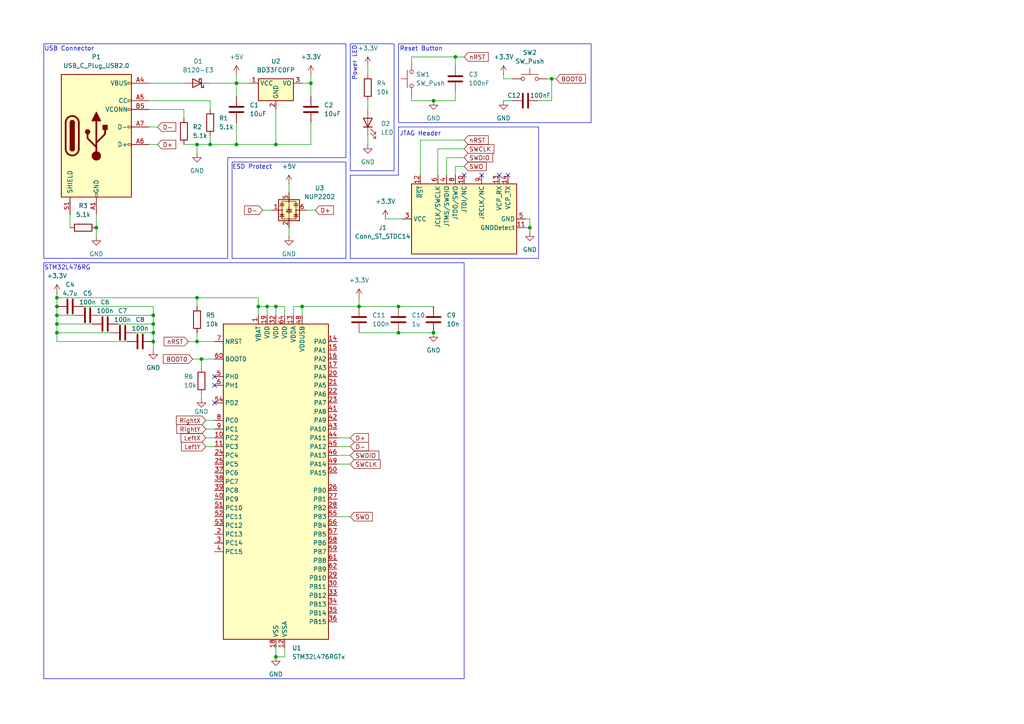
<source format=kicad_sch>
(kicad_sch (version 20250114) (generator "eeschema") (generator_version "9.0")
  (paper "A4")
  (lib_symbols
    (symbol "Connector:Conn_ST_STDC14"
      (property "Reference" "J" (at -8.89 16.51 0))
      (property "Value" "Conn_ST_STDC14" (at 17.78 16.51 0))
      (symbol "Conn_ST_STDC14_0_1"
        (rectangle (start -10.16 15.24) (end 10.16 -15.24) (stroke (width 0.254)) (fill (type background)))
      )
      (symbol "Conn_ST_STDC14_1_1"
        (pin no_connect line (at -10.16 5.08 0) (length 2.54) (hide yes) (name "NC") (number "1"))
        (pin no_connect line (at -10.16 2.54 0) (length 2.54) (hide yes) (name "NC") (number "2"))
        (pin passive line (at -2.54 -17.78 90) (length 2.54) (name "GNDDetect") (number "11"))
        (pin power_in line (at 0 17.78 270) (length 2.54) (name "VCC") (number "3"))
        (pin power_in line (at 0 -17.78 90) (length 2.54) (name "GND") (number "5"))
        (pin passive line (at 0 -17.78 90) (length 2.54) (hide yes) (name "GND") (number "7"))
        (pin open_collector line (at 12.7 12.7 180) (length 2.54) (name "~{RST}") (number "12"))
        (pin output line (at 12.7 7.62 180) (length 2.54) (name "JCLK/SWCLK") (number "6"))
        (pin bidirectional line (at 12.7 5.08 180) (length 2.54) (name "JTMS/SWDIO") (number "4"))
        (pin input line (at 12.7 2.54 180) (length 2.54) (name "JTDO/SWO") (number "8"))
        (pin output line (at 12.7 0 180) (length 2.54) (name "JTDI/NC") (number "10"))
        (pin input line (at 12.7 -5.08 180) (length 2.54) (name "JRCLK/NC") (number "9"))
        (pin output line (at 12.7 -10.16 180) (length 2.54) (name "VCP_RX") (number "13"))
        (pin input line (at 12.7 -12.7 180) (length 2.54) (name "VCP_TX") (number "14"))
      )
    )
    (symbol "Connector:USB_C_Plug_USB2.0" (pin_names (offset 1.016))
      (property "Reference" "P" (at -10.16 19.05 0))
      (property "Value" "USB_C_Plug_USB2.0" (at 12.7 19.05 0))
      (symbol "USB_C_Plug_USB2.0_0_0"
        (rectangle (start -0.254 -17.78) (end 0.254 -16.764))
        (rectangle (start 10.16 15.494) (end 9.144 14.986))
        (rectangle (start 10.16 10.414) (end 9.144 9.906))
        (rectangle (start 10.16 7.874) (end 9.144 7.366))
        (rectangle (start 10.16 2.794) (end 9.144 2.286))
        (rectangle (start 10.16 -2.286) (end 9.144 -2.794))
      )
      (symbol "USB_C_Plug_USB2.0_0_1"
        (rectangle (start -10.16 17.78) (end 10.16 -17.78) (stroke (width 0.254)) (fill (type background)))
        (polyline (pts (xy -8.89 -3.81) (xy -8.89 3.81)) (stroke (width 0.508)))
        (rectangle (start -7.62 -3.81) (end -6.35 3.81) (stroke (width 0.254)) (fill (type outline)))
        (arc (start -7.62 3.81) (mid -6.985 4.4423) (end -6.35 3.81) (stroke (width 0.254)))
        (arc (start -7.62 3.81) (mid -6.985 4.4423) (end -6.35 3.81) (stroke (width 0.254)) (fill (type outline)))
        (arc (start -8.89 3.81) (mid -6.985 5.7067) (end -5.08 3.81) (stroke (width 0.508)))
        (arc (start -5.08 -3.81) (mid -6.985 -5.7067) (end -8.89 -3.81) (stroke (width 0.508)))
        (arc (start -6.35 -3.81) (mid -6.985 -4.4423) (end -7.62 -3.81) (stroke (width 0.254)))
        (arc (start -6.35 -3.81) (mid -6.985 -4.4423) (end -7.62 -3.81) (stroke (width 0.254)) (fill (type outline)))
        (polyline (pts (xy -5.08 3.81) (xy -5.08 -3.81)) (stroke (width 0.508)))
        (circle (center -2.54 1.143) (radius 0.635) (stroke (width 0.254)) (fill (type outline)))
        (polyline (pts (xy -1.27 4.318) (xy 0 6.858) (xy 1.27 4.318) (xy -1.27 4.318)) (stroke (width 0.254)) (fill (type outline)))
        (polyline (pts (xy 0 -2.032) (xy 2.54 0.508) (xy 2.54 1.778)) (stroke (width 0.508)))
        (polyline (pts (xy 0 -3.302) (xy -2.54 -0.762) (xy -2.54 0.508)) (stroke (width 0.508)))
        (polyline (pts (xy 0 -5.842) (xy 0 4.318)) (stroke (width 0.508)))
        (circle (center 0 -5.842) (radius 1.27) (fill (type outline)))
        (rectangle (start 1.905 1.778) (end 3.175 3.048) (stroke (width 0.254)) (fill (type outline)))
      )
      (symbol "USB_C_Plug_USB2.0_1_1"
        (pin passive line (at -7.62 -22.86 90) (length 5.08) (name "SHIELD") (number "S1"))
        (pin passive line (at 0 -22.86 90) (length 5.08) (name "GND") (number "A1"))
        (pin passive line (at 0 -22.86 90) (length 5.08) (hide yes) (name "GND") (number "A12"))
        (pin passive line (at 0 -22.86 90) (length 5.08) (hide yes) (name "GND") (number "B1"))
        (pin passive line (at 0 -22.86 90) (length 5.08) (hide yes) (name "GND") (number "B12"))
        (pin passive line (at 15.24 15.24 180) (length 5.08) (name "VBUS") (number "A4"))
        (pin passive line (at 15.24 15.24 180) (length 5.08) (hide yes) (name "VBUS") (number "A9"))
        (pin passive line (at 15.24 15.24 180) (length 5.08) (hide yes) (name "VBUS") (number "B4"))
        (pin passive line (at 15.24 15.24 180) (length 5.08) (hide yes) (name "VBUS") (number "B9"))
        (pin bidirectional line (at 15.24 10.16 180) (length 5.08) (name "CC") (number "A5"))
        (pin bidirectional line (at 15.24 7.62 180) (length 5.08) (name "VCONN") (number "B5"))
        (pin bidirectional line (at 15.24 2.54 180) (length 5.08) (name "D-") (number "A7"))
        (pin bidirectional line (at 15.24 -2.54 180) (length 5.08) (name "D+") (number "A6"))
      )
    )
    (symbol "Device:C" (pin_numbers (hide yes)) (pin_names (offset 0.254))
      (property "Reference" "C" (at 0.635 2.54 0))
      (property "Value" "C" (at 0.635 -2.54 0))
      (symbol "C_0_1"
        (polyline (pts (xy -2.032 0.762) (xy 2.032 0.762)) (stroke (width 0.508)))
        (polyline (pts (xy -2.032 -0.762) (xy 2.032 -0.762)) (stroke (width 0.508)))
      )
      (symbol "C_1_1"
        (pin passive line (at 0 3.81 270) (length 2.794) (name "~") (number "1"))
        (pin passive line (at 0 -3.81 90) (length 2.794) (name "~") (number "2"))
      )
    )
    (symbol "Device:LED" (pin_numbers (hide yes)) (pin_names (offset 1.016) (hide yes))
      (property "Reference" "D" (at 0 2.54 0))
      (property "Value" "LED" (at 0 -2.54 0))
      (symbol "LED_0_1"
        (polyline (pts (xy -3.048 -0.762) (xy -4.572 -2.286) (xy -3.81 -2.286) (xy -4.572 -2.286) (xy -4.572 -1.524)))
        (polyline (pts (xy -1.778 -0.762) (xy -3.302 -2.286) (xy -2.54 -2.286) (xy -3.302 -2.286) (xy -3.302 -1.524)))
        (polyline (pts (xy -1.27 0) (xy 1.27 0)))
        (polyline (pts (xy -1.27 -1.27) (xy -1.27 1.27)) (stroke (width 0.254)))
        (polyline (pts (xy 1.27 -1.27) (xy 1.27 1.27) (xy -1.27 0) (xy 1.27 -1.27)) (stroke (width 0.254)))
      )
      (symbol "LED_1_1"
        (pin passive line (at -3.81 0 0) (length 2.54) (name "K") (number "1"))
        (pin passive line (at 3.81 0 180) (length 2.54) (name "A") (number "2"))
      )
    )
    (symbol "Device:R" (pin_numbers (hide yes)) (pin_names (offset 0))
      (property "Reference" "R" (at 2.032 0 90))
      (property "Value" "R" (at 0 0 90))
      (symbol "R_0_1"
        (rectangle (start -1.016 -2.54) (end 1.016 2.54) (stroke (width 0.254)))
      )
      (symbol "R_1_1"
        (pin passive line (at 0 3.81 270) (length 1.27) (name "~") (number "1"))
        (pin passive line (at 0 -3.81 90) (length 1.27) (name "~") (number "2"))
      )
    )
    (symbol "Diode:B120-E3" (pin_numbers (hide yes)) (pin_names (hide yes))
      (property "Reference" "D" (at 0 2.54 0))
      (property "Value" "B120-E3" (at 0 -2.54 0))
      (symbol "B120-E3_0_1"
        (polyline (pts (xy -1.905 0.635) (xy -1.905 1.27) (xy -1.27 1.27) (xy -1.27 -1.27) (xy -0.635 -1.27) (xy -0.635 -0.635)) (stroke (width 0.254)))
        (polyline (pts (xy 1.27 1.27) (xy 1.27 -1.27) (xy -1.27 0) (xy 1.27 1.27)) (stroke (width 0.254)))
        (polyline (pts (xy 1.27 0) (xy -1.27 0)))
      )
      (symbol "B120-E3_1_1"
        (pin passive line (at -3.81 0 0) (length 2.54) (name "K") (number "1"))
        (pin passive line (at 3.81 0 180) (length 2.54) (name "A") (number "2"))
      )
    )
    (symbol "MCU_ST_STM32L4:STM32L476RGTx"
      (property "Reference" "U" (at -15.24 46.99 0))
      (property "Value" "STM32L476RGTx" (at 10.16 46.99 0))
      (symbol "STM32L476RGTx_0_1"
        (rectangle (start -15.24 -45.72) (end 15.24 45.72) (stroke (width 0.254)) (fill (type background)))
      )
      (symbol "STM32L476RGTx_1_1"
        (pin input line (at -17.78 40.64 0) (length 2.54) (name "NRST") (number "7"))
        (pin input line (at -17.78 35.56 0) (length 2.54) (name "BOOT0") (number "60"))
        (pin bidirectional line (at -17.78 30.48 0) (length 2.54) (name "PH0") (number "5"))
        (pin bidirectional line (at -17.78 27.94 0) (length 2.54) (name "PH1") (number "6"))
        (pin bidirectional line (at -17.78 22.86 0) (length 2.54) (name "PD2") (number "54"))
        (pin bidirectional line (at -17.78 17.78 0) (length 2.54) (name "PC0") (number "8"))
        (pin bidirectional line (at -17.78 15.24 0) (length 2.54) (name "PC1") (number "9"))
        (pin bidirectional line (at -17.78 12.7 0) (length 2.54) (name "PC2") (number "10"))
        (pin bidirectional line (at -17.78 10.16 0) (length 2.54) (name "PC3") (number "11"))
        (pin bidirectional line (at -17.78 7.62 0) (length 2.54) (name "PC4") (number "24"))
        (pin bidirectional line (at -17.78 5.08 0) (length 2.54) (name "PC5") (number "25"))
        (pin bidirectional line (at -17.78 2.54 0) (length 2.54) (name "PC6") (number "37"))
        (pin bidirectional line (at -17.78 0 0) (length 2.54) (name "PC7") (number "38"))
        (pin bidirectional line (at -17.78 -2.54 0) (length 2.54) (name "PC8") (number "39"))
        (pin bidirectional line (at -17.78 -5.08 0) (length 2.54) (name "PC9") (number "40"))
        (pin bidirectional line (at -17.78 -7.62 0) (length 2.54) (name "PC10") (number "51"))
        (pin bidirectional line (at -17.78 -10.16 0) (length 2.54) (name "PC11") (number "52"))
        (pin bidirectional line (at -17.78 -12.7 0) (length 2.54) (name "PC12") (number "53"))
        (pin bidirectional line (at -17.78 -15.24 0) (length 2.54) (name "PC13") (number "2"))
        (pin bidirectional line (at -17.78 -17.78 0) (length 2.54) (name "PC14") (number "3"))
        (pin bidirectional line (at -17.78 -20.32 0) (length 2.54) (name "PC15") (number "4"))
        (pin power_in line (at -5.08 48.26 270) (length 2.54) (name "VBAT") (number "1"))
        (pin power_in line (at -2.54 48.26 270) (length 2.54) (name "VDD") (number "19"))
        (pin power_in line (at 0 48.26 270) (length 2.54) (name "VDD") (number "32"))
        (pin power_in line (at 0 -48.26 90) (length 2.54) (name "VSS") (number "18"))
        (pin passive line (at 0 -48.26 90) (length 2.54) (hide yes) (name "VSS") (number "31"))
        (pin passive line (at 0 -48.26 90) (length 2.54) (hide yes) (name "VSS") (number "47"))
        (pin passive line (at 0 -48.26 90) (length 2.54) (hide yes) (name "VSS") (number "63"))
        (pin power_in line (at 2.54 48.26 270) (length 2.54) (name "VDD") (number "64"))
        (pin power_in line (at 2.54 -48.26 90) (length 2.54) (name "VSSA") (number "12"))
        (pin power_in line (at 5.08 48.26 270) (length 2.54) (name "VDDA") (number "13"))
        (pin power_in line (at 7.62 48.26 270) (length 2.54) (name "VDDUSB") (number "48"))
        (pin bidirectional line (at 17.78 40.64 180) (length 2.54) (name "PA0") (number "14"))
        (pin bidirectional line (at 17.78 38.1 180) (length 2.54) (name "PA1") (number "15"))
        (pin bidirectional line (at 17.78 35.56 180) (length 2.54) (name "PA2") (number "16"))
        (pin bidirectional line (at 17.78 33.02 180) (length 2.54) (name "PA3") (number "17"))
        (pin bidirectional line (at 17.78 30.48 180) (length 2.54) (name "PA4") (number "20"))
        (pin bidirectional line (at 17.78 27.94 180) (length 2.54) (name "PA5") (number "21"))
        (pin bidirectional line (at 17.78 25.4 180) (length 2.54) (name "PA6") (number "22"))
        (pin bidirectional line (at 17.78 22.86 180) (length 2.54) (name "PA7") (number "23"))
        (pin bidirectional line (at 17.78 20.32 180) (length 2.54) (name "PA8") (number "41"))
        (pin bidirectional line (at 17.78 17.78 180) (length 2.54) (name "PA9") (number "42"))
        (pin bidirectional line (at 17.78 15.24 180) (length 2.54) (name "PA10") (number "43"))
        (pin bidirectional line (at 17.78 12.7 180) (length 2.54) (name "PA11") (number "44"))
        (pin bidirectional line (at 17.78 10.16 180) (length 2.54) (name "PA12") (number "45"))
        (pin bidirectional line (at 17.78 7.62 180) (length 2.54) (name "PA13") (number "46"))
        (pin bidirectional line (at 17.78 5.08 180) (length 2.54) (name "PA14") (number "49"))
        (pin bidirectional line (at 17.78 2.54 180) (length 2.54) (name "PA15") (number "50"))
        (pin bidirectional line (at 17.78 -2.54 180) (length 2.54) (name "PB0") (number "26"))
        (pin bidirectional line (at 17.78 -5.08 180) (length 2.54) (name "PB1") (number "27"))
        (pin bidirectional line (at 17.78 -7.62 180) (length 2.54) (name "PB2") (number "28"))
        (pin bidirectional line (at 17.78 -10.16 180) (length 2.54) (name "PB3") (number "55"))
        (pin bidirectional line (at 17.78 -12.7 180) (length 2.54) (name "PB4") (number "56"))
        (pin bidirectional line (at 17.78 -15.24 180) (length 2.54) (name "PB5") (number "57"))
        (pin bidirectional line (at 17.78 -17.78 180) (length 2.54) (name "PB6") (number "58"))
        (pin bidirectional line (at 17.78 -20.32 180) (length 2.54) (name "PB7") (number "59"))
        (pin bidirectional line (at 17.78 -22.86 180) (length 2.54) (name "PB8") (number "61"))
        (pin bidirectional line (at 17.78 -25.4 180) (length 2.54) (name "PB9") (number "62"))
        (pin bidirectional line (at 17.78 -27.94 180) (length 2.54) (name "PB10") (number "29"))
        (pin bidirectional line (at 17.78 -30.48 180) (length 2.54) (name "PB11") (number "30"))
        (pin bidirectional line (at 17.78 -33.02 180) (length 2.54) (name "PB12") (number "33"))
        (pin bidirectional line (at 17.78 -35.56 180) (length 2.54) (name "PB13") (number "34"))
        (pin bidirectional line (at 17.78 -38.1 180) (length 2.54) (name "PB14") (number "35"))
        (pin bidirectional line (at 17.78 -40.64 180) (length 2.54) (name "PB15") (number "36"))
      )
    )
    (symbol "Power_Protection:NUP2202"
      (property "Reference" "U" (at -5.334 -2.54 0))
      (property "Value" "NUP2202" (at 6.35 1.27 90))
      (symbol "NUP2202_0_1"
        (rectangle (start -3.048 3.048) (end 3.048 -3.048) (stroke (width 0.254)) (fill (type background)))
        (polyline (pts (xy -2.667 1.905) (xy -1.397 1.905)))
        (polyline (pts (xy -2.667 1.27) (xy -1.397 1.27) (xy -2.032 1.905) (xy -2.667 1.27)))
        (polyline (pts (xy -2.667 -1.27) (xy -1.397 -1.27)))
        (polyline (pts (xy -2.667 -1.27) (xy -1.397 -1.27)))
        (polyline (pts (xy -2.667 -1.905) (xy -1.397 -1.905) (xy -2.032 -1.27) (xy -2.667 -1.905)))
        (polyline (pts (xy -2.54 0) (xy -2.032 0)))
        (polyline (pts (xy -2.032 2.54) (xy 2.032 2.54)))
        (polyline (pts (xy -2.032 0.635) (xy -2.032 2.54)))
        (polyline (pts (xy -2.032 0.635) (xy -2.032 -0.635)))
        (circle (center -2.032 0) (radius 0.127))
        (circle (center -2.032 0) (radius 0.127))
        (polyline (pts (xy -2.032 -2.54) (xy -2.032 -0.635)))
        (polyline (pts (xy -2.032 -2.54) (xy -2.032 -0.635)))
        (polyline (pts (xy -0.762 0.254) (xy 0.762 0.254)))
        (polyline (pts (xy -0.762 -0.508) (xy 0.762 -0.508) (xy 0 0.254) (xy -0.762 -0.508)))
        (polyline (pts (xy -0.762 -0.508) (xy 0.762 -0.508) (xy 0 0.254) (xy -0.762 -0.508)))
        (circle (center 0 2.54) (radius 0.127))
        (polyline (pts (xy 0 1.016) (xy 0 3.81)))
        (polyline (pts (xy 0 -0.889) (xy 0 1.016)))
        (polyline (pts (xy 0 -0.889) (xy 0 1.016)))
        (polyline (pts (xy 0 -0.889) (xy 0 -2.54)))
        (circle (center 0 -2.54) (radius 0.127))
        (polyline (pts (xy 0.762 0) (xy 0.762 0.254)))
        (polyline (pts (xy 1.397 1.905) (xy 2.667 1.905)))
        (polyline (pts (xy 1.397 1.27) (xy 2.667 1.27) (xy 2.032 1.905) (xy 1.397 1.27)))
        (polyline (pts (xy 1.397 -1.27) (xy 2.667 -1.27)))
        (polyline (pts (xy 1.397 -1.27) (xy 2.667 -1.27)))
        (polyline (pts (xy 1.397 -1.905) (xy 2.667 -1.905) (xy 2.032 -1.27) (xy 1.397 -1.905)))
        (polyline (pts (xy 2.032 0.635) (xy 2.032 2.54)))
        (polyline (pts (xy 2.032 0.635) (xy 2.032 -0.635)))
        (polyline (pts (xy 2.032 0) (xy 2.54 0)))
        (circle (center 2.032 0) (radius 0.127))
        (circle (center 2.032 0) (radius 0.127))
        (polyline (pts (xy 2.032 -2.54) (xy -2.032 -2.54)))
        (polyline (pts (xy 2.032 -2.54) (xy 2.032 -0.635)))
        (polyline (pts (xy 2.032 -2.54) (xy 2.032 -0.635)))
      )
      (symbol "NUP2202_1_1"
        (pin passive line (at -5.08 0 0) (length 2.54) (name "~") (number "1"))
        (pin passive line (at 0 5.08 270) (length 2.54) (name "~") (number "5"))
        (pin no_connect line (at 0 2.54 270) (length 2.54) (hide yes) (name "~") (number "4"))
        (pin no_connect line (at 0 -2.54 90) (length 2.54) (hide yes) (name "~") (number "3"))
        (pin passive line (at 0 -5.08 90) (length 2.54) (name "~") (number "2"))
        (pin passive line (at 5.08 0 180) (length 2.54) (name "~") (number "6"))
      )
    )
    (symbol "Regulator_Linear:BD33FC0FP"
      (property "Reference" "U" (at 0 7.62 0))
      (property "Value" "BD33FC0FP" (at 0 5.08 0))
      (symbol "BD33FC0FP_1_1"
        (rectangle (start -5.08 -5.08) (end 5.08 1.27) (stroke (width 0.254)) (fill (type background)))
        (pin power_in line (at -7.62 0 0) (length 2.54) (name "VCC") (number "1"))
        (pin power_in line (at 0 -7.62 90) (length 2.54) (name "GND") (number "2"))
        (pin power_out line (at 7.62 0 180) (length 2.54) (name "VO") (number "3"))
      )
    )
    (symbol "Switch:SW_Push" (pin_numbers (hide yes)) (pin_names (offset 1.016) (hide yes))
      (property "Reference" "SW" (at 1.27 2.54 0))
      (property "Value" "SW_Push" (at 0 -1.524 0))
      (symbol "SW_Push_0_1"
        (circle (center -2.032 0) (radius 0.508))
        (polyline (pts (xy 0 1.27) (xy 0 3.048)))
        (circle (center 2.032 0) (radius 0.508))
        (polyline (pts (xy 2.54 1.27) (xy -2.54 1.27)))
        (pin passive line (at -5.08 0 0) (length 2.54) (name "1") (number "1"))
        (pin passive line (at 5.08 0 180) (length 2.54) (name "2") (number "2"))
      )
    )
    (symbol "power:+3.3V" (power) (pin_numbers (hide yes)) (pin_names (offset 0) (hide yes))
      (property "Value" "+3.3V" (at 0 3.556 0))
      (symbol "+3.3V_0_1"
        (polyline (pts (xy -0.762 1.27) (xy 0 2.54)))
        (polyline (pts (xy 0 2.54) (xy 0.762 1.27)))
        (polyline (pts (xy 0 0) (xy 0 2.54)))
      )
      (symbol "+3.3V_1_1"
        (pin power_in line (at 0 0 90) (length 0) (name "~") (number "1"))
      )
    )
    (symbol "power:+5V" (power) (pin_numbers (hide yes)) (pin_names (offset 0) (hide yes))
      (property "Value" "+5V" (at 0 3.556 0))
      (symbol "+5V_0_1"
        (polyline (pts (xy -0.762 1.27) (xy 0 2.54)))
        (polyline (pts (xy 0 2.54) (xy 0.762 1.27)))
        (polyline (pts (xy 0 0) (xy 0 2.54)))
      )
      (symbol "+5V_1_1"
        (pin power_in line (at 0 0 90) (length 0) (name "~") (number "1"))
      )
    )
    (symbol "power:GND" (power) (pin_numbers (hide yes)) (pin_names (offset 0) (hide yes))
      (property "Value" "GND" (at 0 -3.81 0))
      (symbol "GND_0_1"
        (polyline (pts (xy 0 0) (xy 0 -1.27) (xy 1.27 -1.27) (xy 0 -2.54) (xy -1.27 -1.27) (xy 0 -1.27)))
      )
      (symbol "GND_1_1"
        (pin power_in line (at 0 0 270) (length 0) (name "~") (number "1"))
      )
    )
  )
  (rectangle (start 12.7 76.2) (end 134.62 196.85))
  (rectangle (start 101.6 12.7) (end 114.3 49.53))
  (rectangle (start 115.57 12.7) (end 171.45 35.56))
  (rectangle (start 67.31 46.99) (end 100.33 74.93))
  (text "ESD Protect" (at 73.152 48.514 0) (effects (font (size 1.27 1.27))))
  (text "STM32L476RG" (at 19.558 77.724 0) (effects (font (size 1.27 1.27))))
  (text "Power LED" (at 102.87 18.288 90) (effects (font (size 1.27 1.27))))
  (text "JTAG Header" (at 121.92 38.862 0) (effects (font (size 1.27 1.27))))
  (text "Reset Button" (at 122.174 14.224 0) (effects (font (size 1.27 1.27))))
  (text "USB Connector" (at 20.066 14.224 0) (effects (font (size 1.27 1.27))))
  (junction (at 57.15 99.06))
  (junction (at 44.45 93.98))
  (junction (at 60.96 41.91))
  (junction (at 16.51 88.9))
  (junction (at 68.58 41.91))
  (junction (at 153.67 66.04))
  (junction (at 80.01 41.91))
  (junction (at 68.58 24.13))
  (junction (at 58.42 104.14))
  (junction (at 16.51 86.36))
  (junction (at 160.02 22.86))
  (junction (at 74.93 88.9))
  (junction (at 125.73 96.52))
  (junction (at 57.15 41.91))
  (junction (at 80.01 190.5))
  (junction (at 132.08 16.51))
  (junction (at 16.51 93.98))
  (junction (at 77.47 88.9))
  (junction (at 16.51 96.52))
  (junction (at 125.73 29.21))
  (junction (at 115.57 88.9))
  (junction (at 44.45 96.52))
  (junction (at 27.94 66.04))
  (junction (at 115.57 96.52))
  (junction (at 90.17 24.13))
  (junction (at 44.45 91.44))
  (junction (at 87.63 88.9))
  (junction (at 16.51 91.44))
  (junction (at 57.15 86.36))
  (junction (at 104.14 88.9))
  (junction (at 44.45 99.06))
  (junction (at 80.01 88.9))
  (no_connect (at 139.7 50.8))
  (no_connect (at 62.23 109.22))
  (no_connect (at 134.62 50.8))
  (no_connect (at 62.23 116.84))
  (no_connect (at 144.78 50.8))
  (no_connect (at 62.23 111.76))
  (no_connect (at 147.32 50.8))
  (wire (pts (xy 134.62 40.64) (xy 121.92 40.64)))
  (wire (pts (xy 132.08 16.51) (xy 134.62 16.51)))
  (wire (pts (xy 88.9 60.96) (xy 91.44 60.96)))
  (wire (pts (xy 129.54 45.72) (xy 129.54 50.8)))
  (wire (pts (xy 44.45 96.52) (xy 39.37 96.52)))
  (polyline (pts (xy 115.57 36.83) (xy 156.21 36.83)))
  (wire (pts (xy 153.67 63.5) (xy 153.67 66.04)))
  (wire (pts (xy 58.42 104.14) (xy 58.42 106.68)))
  (wire (pts (xy 68.58 24.13) (xy 72.39 24.13)))
  (wire (pts (xy 57.15 86.36) (xy 74.93 86.36)))
  (wire (pts (xy 16.51 88.9) (xy 16.51 91.44)))
  (wire (pts (xy 87.63 88.9) (xy 104.14 88.9)))
  (wire (pts (xy 85.09 88.9) (xy 87.63 88.9)))
  (polyline (pts (xy 101.6 50.8) (xy 101.6 74.93)))
  (wire (pts (xy 57.15 96.52) (xy 57.15 99.06)))
  (wire (pts (xy 16.51 96.52) (xy 31.75 96.52)))
  (wire (pts (xy 104.14 96.52) (xy 115.57 96.52)))
  (wire (pts (xy 68.58 35.56) (xy 68.58 41.91)))
  (wire (pts (xy 77.47 88.9) (xy 77.47 91.44)))
  (wire (pts (xy 80.01 88.9) (xy 80.01 91.44)))
  (wire (pts (xy 82.55 187.96) (xy 82.55 190.5)))
  (wire (pts (xy 43.18 31.75) (xy 53.34 31.75)))
  (wire (pts (xy 57.15 41.91) (xy 57.15 44.45)))
  (polyline (pts (xy 66.04 74.93) (xy 12.7 74.93)))
  (wire (pts (xy 55.88 104.14) (xy 58.42 104.14)))
  (wire (pts (xy 134.62 48.26) (xy 132.08 48.26)))
  (wire (pts (xy 62.23 124.46) (xy 59.69 124.46)))
  (wire (pts (xy 132.08 29.21) (xy 132.08 26.67)))
  (polyline (pts (xy 12.7 12.7) (xy 12.7 74.93)))
  (wire (pts (xy 97.79 149.86) (xy 101.6 149.86)))
  (wire (pts (xy 146.05 29.21) (xy 148.59 29.21)))
  (wire (pts (xy 53.34 41.91) (xy 57.15 41.91)))
  (wire (pts (xy 54.61 99.06) (xy 57.15 99.06)))
  (polyline (pts (xy 12.7 12.7) (xy 100.33 12.7)))
  (wire (pts (xy 16.51 93.98) (xy 26.67 93.98)))
  (wire (pts (xy 83.82 53.34) (xy 83.82 55.88)))
  (wire (pts (xy 119.38 16.51) (xy 119.38 17.78)))
  (wire (pts (xy 97.79 127) (xy 101.6 127)))
  (wire (pts (xy 44.45 91.44) (xy 44.45 93.98)))
  (wire (pts (xy 27.94 68.58) (xy 27.94 66.04)))
  (wire (pts (xy 160.02 22.86) (xy 160.02 29.21)))
  (wire (pts (xy 74.93 86.36) (xy 74.93 88.9)))
  (wire (pts (xy 127 43.18) (xy 127 50.8)))
  (wire (pts (xy 106.68 19.05) (xy 106.68 21.59)))
  (wire (pts (xy 153.67 66.04) (xy 153.67 67.31)))
  (wire (pts (xy 24.13 88.9) (xy 44.45 88.9)))
  (wire (pts (xy 57.15 41.91) (xy 60.96 41.91)))
  (wire (pts (xy 62.23 121.92) (xy 59.69 121.92)))
  (wire (pts (xy 16.51 85.09) (xy 16.51 86.36)))
  (wire (pts (xy 16.51 91.44) (xy 21.59 91.44)))
  (polyline (pts (xy 66.04 45.72) (xy 66.04 74.93)))
  (wire (pts (xy 83.82 66.04) (xy 83.82 68.58)))
  (wire (pts (xy 160.02 22.86) (xy 161.29 22.86)))
  (wire (pts (xy 146.05 22.86) (xy 148.59 22.86)))
  (wire (pts (xy 62.23 127) (xy 59.69 127)))
  (wire (pts (xy 77.47 88.9) (xy 80.01 88.9)))
  (wire (pts (xy 85.09 91.44) (xy 85.09 88.9)))
  (wire (pts (xy 97.79 132.08) (xy 101.6 132.08)))
  (wire (pts (xy 121.92 40.64) (xy 121.92 50.8)))
  (wire (pts (xy 76.2 60.96) (xy 78.74 60.96)))
  (wire (pts (xy 16.51 93.98) (xy 16.51 96.52)))
  (wire (pts (xy 74.93 88.9) (xy 77.47 88.9)))
  (polyline (pts (xy 156.21 74.93) (xy 156.21 36.83)))
  (wire (pts (xy 20.32 62.23) (xy 20.32 66.04)))
  (wire (pts (xy 80.01 41.91) (xy 90.17 41.91)))
  (wire (pts (xy 74.93 88.9) (xy 74.93 91.44)))
  (wire (pts (xy 119.38 27.94) (xy 119.38 29.21)))
  (wire (pts (xy 27.94 62.23) (xy 27.94 66.04)))
  (wire (pts (xy 44.45 93.98) (xy 44.45 96.52)))
  (wire (pts (xy 58.42 114.3) (xy 58.42 115.57)))
  (wire (pts (xy 60.96 24.13) (xy 68.58 24.13)))
  (wire (pts (xy 115.57 88.9) (xy 125.73 88.9)))
  (wire (pts (xy 57.15 86.36) (xy 57.15 88.9)))
  (wire (pts (xy 119.38 16.51) (xy 132.08 16.51)))
  (wire (pts (xy 16.51 86.36) (xy 57.15 86.36)))
  (wire (pts (xy 132.08 48.26) (xy 132.08 50.8)))
  (wire (pts (xy 160.02 29.21) (xy 156.21 29.21)))
  (wire (pts (xy 104.14 86.36) (xy 104.14 88.9)))
  (wire (pts (xy 158.75 22.86) (xy 160.02 22.86)))
  (wire (pts (xy 90.17 24.13) (xy 90.17 21.59)))
  (wire (pts (xy 62.23 129.54) (xy 59.69 129.54)))
  (wire (pts (xy 87.63 24.13) (xy 90.17 24.13)))
  (wire (pts (xy 44.45 96.52) (xy 44.45 99.06)))
  (wire (pts (xy 68.58 41.91) (xy 80.01 41.91)))
  (wire (pts (xy 43.18 24.13) (xy 53.34 24.13)))
  (wire (pts (xy 44.45 99.06) (xy 44.45 101.6)))
  (wire (pts (xy 16.51 86.36) (xy 16.51 88.9)))
  (wire (pts (xy 16.51 99.06) (xy 16.51 96.52)))
  (wire (pts (xy 53.34 31.75) (xy 53.34 34.29)))
  (wire (pts (xy 80.01 31.75) (xy 80.01 41.91)))
  (wire (pts (xy 80.01 187.96) (xy 80.01 190.5)))
  (wire (pts (xy 60.96 29.21) (xy 60.96 31.75)))
  (wire (pts (xy 60.96 41.91) (xy 68.58 41.91)))
  (wire (pts (xy 153.67 63.5) (xy 152.4 63.5)))
  (wire (pts (xy 97.79 129.54) (xy 101.6 129.54)))
  (polyline (pts (xy 115.57 36.83) (xy 115.57 50.8)))
  (wire (pts (xy 80.01 88.9) (xy 82.55 88.9)))
  (wire (pts (xy 87.63 88.9) (xy 87.63 91.44)))
  (wire (pts (xy 57.15 99.06) (xy 62.23 99.06)))
  (wire (pts (xy 58.42 104.14) (xy 62.23 104.14)))
  (wire (pts (xy 134.62 45.72) (xy 129.54 45.72)))
  (wire (pts (xy 43.18 36.83) (xy 45.72 36.83)))
  (wire (pts (xy 29.21 91.44) (xy 44.45 91.44)))
  (wire (pts (xy 16.51 91.44) (xy 16.51 93.98)))
  (wire (pts (xy 82.55 88.9) (xy 82.55 91.44)))
  (polyline (pts (xy 101.6 74.93) (xy 156.21 74.93)))
  (wire (pts (xy 106.68 29.21) (xy 106.68 31.75)))
  (wire (pts (xy 153.67 66.04) (xy 152.4 66.04)))
  (wire (pts (xy 106.68 39.37) (xy 106.68 41.91)))
  (wire (pts (xy 34.29 93.98) (xy 44.45 93.98)))
  (polyline (pts (xy 100.33 45.72) (xy 66.04 45.72)))
  (wire (pts (xy 97.79 134.62) (xy 101.6 134.62)))
  (wire (pts (xy 132.08 19.05) (xy 132.08 16.51)))
  (wire (pts (xy 134.62 43.18) (xy 127 43.18)))
  (wire (pts (xy 119.38 29.21) (xy 125.73 29.21)))
  (wire (pts (xy 115.57 88.9) (xy 104.14 88.9)))
  (wire (pts (xy 43.18 41.91) (xy 45.72 41.91)))
  (wire (pts (xy 90.17 24.13) (xy 90.17 27.94)))
  (polyline (pts (xy 100.33 12.7) (xy 100.33 45.72)))
  (wire (pts (xy 44.45 88.9) (xy 44.45 91.44)))
  (wire (pts (xy 82.55 190.5) (xy 80.01 190.5)))
  (polyline (pts (xy 115.57 50.8) (xy 101.6 50.8)))
  (wire (pts (xy 68.58 27.94) (xy 68.58 24.13)))
  (wire (pts (xy 36.83 99.06) (xy 16.51 99.06)))
  (wire (pts (xy 90.17 35.56) (xy 90.17 41.91)))
  (wire (pts (xy 115.57 96.52) (xy 125.73 96.52)))
  (wire (pts (xy 68.58 24.13) (xy 68.58 21.59)))
  (wire (pts (xy 125.73 29.21) (xy 132.08 29.21)))
  (wire (pts (xy 146.05 22.86) (xy 146.05 21.59)))
  (wire (pts (xy 60.96 41.91) (xy 60.96 39.37)))
  (wire (pts (xy 111.76 63.5) (xy 116.84 63.5)))
  (wire (pts (xy 43.18 29.21) (xy 60.96 29.21)))
  (global_label "SWDIO" (shape input) (at 134.62 45.72 0) (property "Intersheetrefs" "${INTERSHEET_REFS}" (effects (hide yes))))
  (global_label "RightX" (shape input) (at 59.69 121.92 180) (property "Intersheetrefs" "${INTERSHEET_REFS}" (effects (hide yes))))
  (global_label "D-" (shape input) (at 45.72 36.83 0) (property "Intersheetrefs" "${INTERSHEET_REFS}" (effects (hide yes))))
  (global_label "LeftX" (shape input) (at 59.69 127 180) (property "Intersheetrefs" "${INTERSHEET_REFS}" (effects (hide yes))))
  (global_label "SWCLK" (shape input) (at 134.62 43.18 0) (property "Intersheetrefs" "${INTERSHEET_REFS}" (effects (hide yes))))
  (global_label "RightY" (shape input) (at 59.69 124.46 180) (property "Intersheetrefs" "${INTERSHEET_REFS}" (effects (hide yes))))
  (global_label "D+" (shape input) (at 91.44 60.96 0) (property "Intersheetrefs" "${INTERSHEET_REFS}" (effects (hide yes))))
  (global_label "SWCLK" (shape input) (at 101.6 134.62 0) (property "Intersheetrefs" "${INTERSHEET_REFS}" (effects (hide yes))))
  (global_label "D-" (shape input) (at 101.6 129.54 0) (property "Intersheetrefs" "${INTERSHEET_REFS}" (effects (hide yes))))
  (global_label "D+" (shape input) (at 101.6 127 0) (property "Intersheetrefs" "${INTERSHEET_REFS}" (effects (hide yes))))
  (global_label "SWO" (shape input) (at 134.62 48.26 0) (property "Intersheetrefs" "${INTERSHEET_REFS}" (effects (hide yes))))
  (global_label "SWO" (shape input) (at 101.6 149.86 0) (property "Intersheetrefs" "${INTERSHEET_REFS}" (effects (hide yes))))
  (global_label "nRST" (shape input) (at 54.61 99.06 180) (property "Intersheetrefs" "${INTERSHEET_REFS}" (effects (hide yes))))
  (global_label "D-" (shape input) (at 76.2 60.96 180) (property "Intersheetrefs" "${INTERSHEET_REFS}" (effects (hide yes))))
  (global_label "nRST" (shape input) (at 134.62 40.64 0) (property "Intersheetrefs" "${INTERSHEET_REFS}" (effects (hide yes))))
  (global_label "LeftY" (shape input) (at 59.69 129.54 180) (property "Intersheetrefs" "${INTERSHEET_REFS}" (effects (hide yes))))
  (global_label "nRST" (shape input) (at 134.62 16.51 0) (property "Intersheetrefs" "${INTERSHEET_REFS}" (effects (hide yes))))
  (global_label "BOOT0" (shape input) (at 161.29 22.86 0) (property "Intersheetrefs" "${INTERSHEET_REFS}" (effects (hide yes))))
  (global_label "D+" (shape input) (at 45.72 41.91 0) (property "Intersheetrefs" "${INTERSHEET_REFS}" (effects (hide yes))))
  (global_label "BOOT0" (shape input) (at 55.88 104.14 180) (property "Intersheetrefs" "${INTERSHEET_REFS}" (effects (hide yes))))
  (global_label "SWDIO" (shape input) (at 101.6 132.08 0) (property "Intersheetrefs" "${INTERSHEET_REFS}" (effects (hide yes))))
  (symbol (lib_id "power:GND") (at 146.05 29.21 0) (unit 1)
    (property "Reference" "#PWR019" (effects (hide yes)))
    (property "Value" "GND" (at 146.05 34.29 0))
    (property "Description" "Power symbol creates a global label with name \"GND\" , ground" (effects (hide yes)))
  )
  (symbol (lib_id "MCU_ST_STM32L4:STM32L476RGTx") (at 80.01 139.7 0) (unit 1)
    (property "Reference" "U1" (at 84.6933 187.96 0) (effects (justify left)))
    (property "Value" "STM32L476RGTx" (at 84.6933 190.5 0) (effects (justify left)))
    (property "Footprint" "Package_QFP:LQFP-64_10x10mm_P0.5mm" (effects (hide yes)))
    (property "Datasheet" "https://www.st.com/resource/en/datasheet/stm32l476rg.pdf" (effects (hide yes)))
    (property "Description" "STMicroelectronics Arm Cortex-M4 MCU, 1024KB flash, 128KB RAM, 80 MHz, 1.71-3.6V, 51 GPIO, LQFP64" (effects (hide yes)))
  )
  (symbol (lib_id "Device:C") (at 115.57 92.71 180) (unit 1)
    (property "Reference" "C10" (at 119.38 91.4399 0) (effects (justify right)))
    (property "Value" "1u" (at 119.38 93.9799 0) (effects (justify right)))
    (property "Footprint" "Capacitor_SMD:C_0201_0603Metric" (effects (hide yes)))
    (property "Description" "Unpolarized capacitor" (effects (hide yes)))
  )
  (symbol (lib_id "power:GND") (at 125.73 29.21 0) (unit 1)
    (property "Reference" "#PWR013" (effects (hide yes)))
    (property "Value" "GND" (at 125.73 34.29 0))
    (property "Description" "Power symbol creates a global label with name \"GND\" , ground" (effects (hide yes)))
  )
  (symbol (lib_id "power:GND") (at 57.15 44.45 0) (unit 1)
    (property "Reference" "#PWR07" (effects (hide yes)))
    (property "Value" "GND" (at 57.15 49.53 0))
    (property "Description" "Power symbol creates a global label with name \"GND\" , ground" (effects (hide yes)))
  )
  (symbol (lib_id "Power_Protection:NUP2202") (at 83.82 60.96 0) (unit 1)
    (property "Reference" "U3" (at 92.71 54.5398 0))
    (property "Value" "NUP2202" (at 92.71 57.0798 0))
    (property "Footprint" "Package_TO_SOT_SMD:SOT-363_SC-70-6" (effects (hide yes)))
    (property "Datasheet" "https://www.onsemi.com/pdf/datasheet/nup2202w1-d.pdf" (effects (hide yes)))
    (property "Description" "Transient voltage suppressor designed to protect high speed data lines from ESD, EFT, and lightning" (effects (hide yes)))
  )
  (symbol (lib_id "Device:C") (at 125.73 92.71 180) (unit 1)
    (property "Reference" "C9" (at 129.54 91.4399 0) (effects (justify right)))
    (property "Value" "10n" (at 129.54 93.9799 0) (effects (justify right)))
    (property "Footprint" "Capacitor_SMD:C_0201_0603Metric" (effects (hide yes)))
    (property "Description" "Unpolarized capacitor" (effects (hide yes)))
  )
  (symbol (lib_id "power:GND") (at 80.01 190.5 0) (unit 1)
    (property "Reference" "#PWR05" (effects (hide yes)))
    (property "Value" "GND" (at 80.01 195.58 0))
    (property "Description" "Power symbol creates a global label with name \"GND\" , ground" (effects (hide yes)))
  )
  (symbol (lib_id "Device:C") (at 40.64 99.06 90) (unit 1)
    (property "Reference" "C8" (at 40.64 92.71 90))
    (property "Value" "100n" (at 40.64 95.25 90))
    (property "Footprint" "Capacitor_SMD:C_0201_0603Metric" (effects (hide yes)))
    (property "Description" "Unpolarized capacitor" (effects (hide yes)))
  )
  (symbol (lib_id "Device:R") (at 60.96 35.56 0) (unit 1)
    (property "Reference" "R1" (at 63.5 34.2899 0) (effects (justify left)))
    (property "Value" "5.1k" (at 63.5 36.8299 0) (effects (justify left)))
    (property "Footprint" "Resistor_SMD:R_0201_0603Metric" (effects (hide yes)))
    (property "Description" "Resistor" (effects (hide yes)))
  )
  (symbol (lib_id "Device:C") (at 90.17 31.75 180) (unit 1)
    (property "Reference" "C2" (at 93.98 30.4799 0) (effects (justify right)))
    (property "Value" "10uF" (at 93.98 33.0199 0) (effects (justify right)))
    (property "Footprint" "Capacitor_SMD:C_0201_0603Metric" (effects (hide yes)))
    (property "Description" "Unpolarized capacitor" (effects (hide yes)))
  )
  (symbol (lib_id "Device:R") (at 106.68 25.4 0) (unit 1)
    (property "Reference" "R4" (at 109.22 24.1299 0) (effects (justify left)))
    (property "Value" "10k" (at 109.22 26.6699 0) (effects (justify left)))
    (property "Footprint" "Resistor_SMD:R_0201_0603Metric" (effects (hide yes)))
    (property "Description" "Resistor" (effects (hide yes)))
  )
  (symbol (lib_id "Diode:B120-E3") (at 57.15 24.13 180) (unit 1)
    (property "Reference" "D1" (at 57.4675 17.78 0))
    (property "Value" "B120-E3" (at 57.4675 20.32 0))
    (property "Footprint" "Diode_SMD:D_SMA" (effects (hide yes)))
    (property "Datasheet" "http://www.vishay.com/docs/88946/b120.pdf" (effects (hide yes)))
    (property "Description" "20V 1A Schottky Barrier Rectifier Diode, SMA(DO-214AC)" (effects (hide yes)))
  )
  (symbol (lib_id "power:GND") (at 27.94 68.58 0) (unit 1)
    (property "Reference" "#PWR02" (effects (hide yes)))
    (property "Value" "GND" (at 27.94 73.66 0))
    (property "Description" "Power symbol creates a global label with name \"GND\" , ground" (effects (hide yes)))
  )
  (symbol (lib_id "Device:R") (at 58.42 110.49 180) (unit 1)
    (property "Reference" "R6" (at 53.34 109.22 0) (effects (justify right)))
    (property "Value" "10k" (at 53.34 111.76 0) (effects (justify right)))
    (property "Footprint" "Resistor_SMD:R_0201_0603Metric" (effects (hide yes)))
    (property "Description" "Resistor" (effects (hide yes)))
  )
  (symbol (lib_id "Regulator_Linear:BD33FC0FP") (at 80.01 24.13 0) (unit 1)
    (property "Reference" "U2" (at 80.01 17.78 0))
    (property "Value" "BD33FC0FP" (at 80.01 20.32 0))
    (property "Footprint" "Package_TO_SOT_SMD:TO-252-2" (effects (hide yes)))
    (property "Datasheet" "https://fscdn.rohm.com/en/products/databook/datasheet/ic/power/linear_regulator/bdxxfc0wefj-e.pdf" (effects (hide yes)))
    (property "Description" "1A, 3.3V LDO regulator with OVP & TSP, without enable, TO-252" (effects (hide yes)))
  )
  (symbol (lib_id "power:GND") (at 153.67 67.31 0) (unit 1)
    (property "Reference" "#PWR04" (effects (hide yes)))
    (property "Value" "GND" (at 153.67 72.39 0))
    (property "Description" "Power symbol creates a global label with name \"GND\" , ground" (effects (hide yes)))
  )
  (symbol (lib_id "power:GND") (at 106.68 41.91 0) (unit 1)
    (property "Reference" "#PWR011" (effects (hide yes)))
    (property "Value" "GND" (at 106.68 46.99 0))
    (property "Description" "Power symbol creates a global label with name \"GND\" , ground" (effects (hide yes)))
  )
  (symbol (lib_id "Device:C") (at 132.08 22.86 180) (unit 1)
    (property "Reference" "C3" (at 135.89 21.5899 0) (effects (justify right)))
    (property "Value" "100nF" (at 135.89 24.1299 0) (effects (justify right)))
    (property "Footprint" "Capacitor_SMD:C_0201_0603Metric" (effects (hide yes)))
    (property "Description" "Unpolarized capacitor" (effects (hide yes)))
  )
  (symbol (lib_id "Device:R") (at 53.34 38.1 0) (unit 1)
    (property "Reference" "R2" (at 55.88 36.8299 0) (effects (justify left)))
    (property "Value" "5.1k" (at 55.88 39.3699 0) (effects (justify left)))
    (property "Footprint" "Resistor_SMD:R_0201_0603Metric" (effects (hide yes)))
    (property "Description" "Resistor" (effects (hide yes)))
  )
  (symbol (lib_id "Device:R") (at 57.15 92.71 180) (unit 1)
    (property "Reference" "R5" (at 59.69 91.4399 0) (effects (justify right)))
    (property "Value" "10k" (at 59.69 93.9799 0) (effects (justify right)))
    (property "Footprint" "Resistor_SMD:R_0201_0603Metric" (effects (hide yes)))
    (property "Description" "Resistor" (effects (hide yes)))
  )
  (symbol (lib_id "power:+3.3V") (at 146.05 21.59 0) (mirror y) (unit 1)
    (property "Reference" "#PWR018" (effects (hide yes)))
    (property "Value" "+3.3V" (at 146.05 16.51 0))
    (property "Description" "Power symbol creates a global label with name \"+3.3V\"" (effects (hide yes)))
  )
  (symbol (lib_id "Device:C") (at 152.4 29.21 270) (unit 1)
    (property "Reference" "C12" (at 149.098 27.686 90))
    (property "Value" "100nF" (at 156.718 27.686 90))
    (property "Footprint" "Capacitor_SMD:C_0201_0603Metric" (effects (hide yes)))
    (property "Description" "Unpolarized capacitor" (effects (hide yes)))
  )
  (symbol (lib_id "Device:C") (at 25.4 91.44 90) (unit 1)
    (property "Reference" "C5" (at 25.4 85.09 90))
    (property "Value" "100n" (at 25.4 87.63 90))
    (property "Footprint" "Capacitor_SMD:C_0201_0603Metric" (effects (hide yes)))
    (property "Description" "Unpolarized capacitor" (effects (hide yes)))
  )
  (symbol (lib_id "power:+3.3V") (at 111.76 63.5 0) (unit 1)
    (property "Reference" "#PWR012" (effects (hide yes)))
    (property "Value" "+3.3V" (at 111.76 58.42 0))
    (property "Description" "Power symbol creates a global label with name \"+3.3V\"" (effects (hide yes)))
  )
  (symbol (lib_id "Device:C") (at 35.56 96.52 90) (unit 1)
    (property "Reference" "C7" (at 35.56 90.17 90))
    (property "Value" "100n" (at 35.56 92.71 90))
    (property "Footprint" "Capacitor_SMD:C_0201_0603Metric" (effects (hide yes)))
    (property "Description" "Unpolarized capacitor" (effects (hide yes)))
  )
  (symbol (lib_id "power:+5V") (at 68.58 21.59 0) (unit 1)
    (property "Reference" "#PWR06" (effects (hide yes)))
    (property "Value" "+5V" (at 68.58 16.51 0))
    (property "Description" "Power symbol creates a global label with name \"+5V\"" (effects (hide yes)))
  )
  (symbol (lib_id "Device:C") (at 20.32 88.9 270) (unit 1)
    (property "Reference" "C4" (at 20.32 82.55 90))
    (property "Value" "4.7u" (at 20.32 85.09 90))
    (property "Footprint" "Capacitor_SMD:C_0201_0603Metric" (effects (hide yes)))
    (property "Description" "Unpolarized capacitor" (effects (hide yes)))
  )
  (symbol (lib_id "Device:C") (at 104.14 92.71 180) (unit 1)
    (property "Reference" "C11" (at 107.95 91.4399 0) (effects (justify right)))
    (property "Value" "100n" (at 107.95 93.9799 0) (effects (justify right)))
    (property "Footprint" "Capacitor_SMD:C_0201_0603Metric" (effects (hide yes)))
    (property "Description" "Unpolarized capacitor" (effects (hide yes)))
  )
  (symbol (lib_id "Device:C") (at 30.48 93.98 90) (unit 1)
    (property "Reference" "C6" (at 30.48 87.63 90))
    (property "Value" "100n" (at 30.48 90.17 90))
    (property "Footprint" "Capacitor_SMD:C_0201_0603Metric" (effects (hide yes)))
    (property "Description" "Unpolarized capacitor" (effects (hide yes)))
  )
  (symbol (lib_id "power:+3.3V") (at 106.68 19.05 0) (mirror y) (unit 1)
    (property "Reference" "#PWR010" (effects (hide yes)))
    (property "Value" "+3.3V" (at 106.68 13.97 0))
    (property "Description" "Power symbol creates a global label with name \"+3.3V\"" (effects (hide yes)))
  )
  (symbol (lib_id "power:GND") (at 83.82 68.58 0) (unit 1)
    (property "Reference" "#PWR08" (effects (hide yes)))
    (property "Value" "GND" (at 83.82 73.66 0))
    (property "Description" "Power symbol creates a global label with name \"GND\" , ground" (effects (hide yes)))
  )
  (symbol (lib_id "power:+3.3V") (at 104.14 86.36 0) (unit 1)
    (property "Reference" "#PWR016" (effects (hide yes)))
    (property "Value" "+3.3V" (at 104.14 81.28 0))
    (property "Description" "Power symbol creates a global label with name \"+3.3V\"" (effects (hide yes)))
  )
  (symbol (lib_id "Device:C") (at 68.58 31.75 0) (unit 1)
    (property "Reference" "C1" (at 72.39 30.4799 0) (effects (justify left)))
    (property "Value" "10uF" (at 72.39 33.0199 0) (effects (justify left)))
    (property "Footprint" "Capacitor_SMD:C_0201_0603Metric" (effects (hide yes)))
    (property "Description" "Unpolarized capacitor" (effects (hide yes)))
  )
  (symbol (lib_id "Switch:SW_Push") (at 119.38 22.86 90) (unit 1)
    (property "Reference" "SW1" (at 120.65 21.5899 90) (effects (justify right)))
    (property "Value" "SW_Push" (at 120.65 24.1299 90) (effects (justify right)))
    (property "Footprint" "Button_Switch_SMD:SW_Push_1P1T_NO_CK_KMR2" (effects (hide yes)))
    (property "Description" "Push button switch, generic, two pins" (effects (hide yes)))
  )
  (symbol (lib_id "power:+5V") (at 83.82 53.34 0) (mirror y) (unit 1)
    (property "Reference" "#PWR09" (effects (hide yes)))
    (property "Value" "+5V" (at 83.82 48.26 0))
    (property "Description" "Power symbol creates a global label with name \"+5V\"" (effects (hide yes)))
  )
  (symbol (lib_id "Switch:SW_Push") (at 153.67 22.86 0) (unit 1)
    (property "Reference" "SW2" (at 153.67 15.24 0))
    (property "Value" "SW_Push" (at 153.67 17.78 0))
    (property "Footprint" "Button_Switch_SMD:SW_Push_1P1T_NO_CK_KMR2" (effects (hide yes)))
    (property "Description" "Push button switch, generic, two pins" (effects (hide yes)))
  )
  (symbol (lib_id "Connector:Conn_ST_STDC14") (at 134.62 63.5 90) (unit 1)
    (property "Reference" "J1" (at 110.998 66.04 90))
    (property "Value" "Conn_ST_STDC14" (at 110.998 68.58 90))
    (property "Footprint" "Connector_PinHeader_1.27mm:PinHeader_2x07_P1.27mm_Vertical" (effects (hide yes)))
    (property "Datasheet" "https://www.st.com/content/ccc/resource/technical/document/user_manual/group1/99/49/91/b6/b2/3a/46/e5/DM00526767/files/DM00526767.pdf/jcr:content/translations/en.DM00526767.pdf" (effects (hide yes)))
    (property "Description" "ST Debug Connector, standard ARM Cortex-M SWD and JTAG interface plus UART" (effects (hide yes)))
  )
  (symbol (lib_id "power:GND") (at 58.42 115.57 0) (unit 1)
    (property "Reference" "#PWR017" (effects (hide yes)))
    (property "Value" "GND" (at 58.42 119.38 0))
    (property "Description" "Power symbol creates a global label with name \"GND\" , ground" (effects (hide yes)))
  )
  (symbol (lib_id "Device:R") (at 24.13 66.04 90) (unit 1)
    (property "Reference" "R3" (at 24.13 59.69 90))
    (property "Value" "5.1k" (at 24.13 62.23 90))
    (property "Footprint" "Resistor_SMD:R_0201_0603Metric" (effects (hide yes)))
    (property "Description" "Resistor" (effects (hide yes)))
  )
  (symbol (lib_id "power:+3.3V") (at 16.51 85.09 0) (unit 1)
    (property "Reference" "#PWR03" (effects (hide yes)))
    (property "Value" "+3.3V" (at 16.51 80.01 0))
    (property "Description" "Power symbol creates a global label with name \"+3.3V\"" (effects (hide yes)))
  )
  (symbol (lib_id "Connector:USB_C_Plug_USB2.0") (at 27.94 39.37 0) (unit 1)
    (property "Reference" "P1" (at 27.94 16.51 0))
    (property "Value" "USB_C_Plug_USB2.0" (at 27.94 19.05 0))
    (property "Footprint" "Connector_USB:USB_C_Plug_Molex_105444" (effects (hide yes)))
    (property "Datasheet" "https://www.usb.org/sites/default/files/documents/usb_type-c.zip" (effects (hide yes)))
    (property "Description" "USB 2.0-only Type-C Plug connector" (effects (hide yes)))
  )
  (symbol (lib_id "Device:LED") (at 106.68 35.56 90) (unit 1)
    (property "Reference" "D2" (at 110.49 35.8774 90) (effects (justify right)))
    (property "Value" "LED" (at 110.49 38.4174 90) (effects (justify right)))
    (property "Footprint" "LED_SMD:LED_0201_0603Metric" (effects (hide yes)))
    (property "Description" "Light emitting diode" (effects (hide yes)))
    (property "Sim.Pins" "1=K 2=A" (effects (hide yes)))
  )
  (symbol (lib_id "power:+3.3V") (at 90.17 21.59 0) (unit 1)
    (property "Reference" "#PWR01" (effects (hide yes)))
    (property "Value" "+3.3V" (at 90.17 16.51 0))
    (property "Description" "Power symbol creates a global label with name \"+3.3V\"" (effects (hide yes)))
  )
  (symbol (lib_id "power:GND") (at 44.45 101.6 0) (unit 1)
    (property "Reference" "#PWR014" (effects (hide yes)))
    (property "Value" "GND" (at 44.45 106.68 0))
    (property "Description" "Power symbol creates a global label with name \"GND\" , ground" (effects (hide yes)))
  )
  (symbol (lib_id "power:GND") (at 125.73 96.52 0) (unit 1)
    (property "Reference" "#PWR015" (effects (hide yes)))
    (property "Value" "GND" (at 125.73 101.6 0))
    (property "Description" "Power symbol creates a global label with name \"GND\" , ground" (effects (hide yes)))
  )
)
</source>
